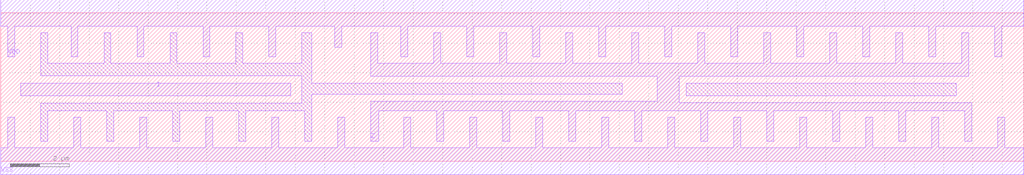
<source format=lef>
# Copyright 2022 GlobalFoundries PDK Authors
#
# Licensed under the Apache License, Version 2.0 (the "License");
# you may not use this file except in compliance with the License.
# You may obtain a copy of the License at
#
#      http://www.apache.org/licenses/LICENSE-2.0
#
# Unless required by applicable law or agreed to in writing, software
# distributed under the License is distributed on an "AS IS" BASIS,
# WITHOUT WARRANTIES OR CONDITIONS OF ANY KIND, either express or implied.
# See the License for the specific language governing permissions and
# limitations under the License.

MACRO gf180mcu_fd_sc_mcu9t5v0__buf_20
  CLASS core ;
  FOREIGN gf180mcu_fd_sc_mcu9t5v0__buf_20 0.0 0.0 ;
  ORIGIN 0 0 ;
  SYMMETRY X Y ;
  SITE GF018hv5v_green_sc9 ;
  SIZE 34.72 BY 5.04 ;
  PIN I
    DIRECTION INPUT ;
    ANTENNAGATEAREA 17.07 ;
    PORT
      LAYER METAL1 ;
        POLYGON 0.685 2.215 9.845 2.215 9.845 2.65 0.685 2.65  ;
    END
  END I
  PIN Z
    DIRECTION OUTPUT ;
    ANTENNADIFFAREA 18.21 ;
    PORT
      LAYER METAL1 ;
        POLYGON 12.565 2.885 21.1 2.885 22.285 2.885 22.285 2.03 12.565 2.03 12.565 0.68 12.825 0.68 12.825 1.72 14.805 1.72 14.805 0.68 15.035 0.68 15.035 1.72 17.045 1.72 17.045 0.68 17.275 0.68 17.275 1.72 19.285 1.72 19.285 0.68 19.515 0.68 19.515 1.72 21.525 1.72 21.525 0.68 21.755 0.68 21.755 1.72 23.765 1.72 23.765 0.68 23.995 0.68 23.995 1.72 26.005 1.72 26.005 0.68 26.235 0.68 26.235 1.72 28.245 1.72 28.245 0.68 28.475 0.68 28.475 1.72 30.485 1.72 30.485 0.68 30.715 0.68 30.715 1.72 32.725 1.72 32.725 0.68 32.955 0.68 32.955 1.98 23.035 1.98 23.035 2.88 32.425 2.88 32.855 2.88 32.855 4.36 32.625 4.36 32.625 3.32 32.425 3.32 30.615 3.32 30.615 4.36 30.385 4.36 30.385 3.32 28.375 3.32 28.375 4.36 28.145 4.36 28.145 3.32 26.135 3.32 26.135 4.36 25.905 4.36 25.905 3.32 23.895 3.32 23.895 4.36 23.665 4.36 23.665 3.32 21.655 3.32 21.655 4.36 21.425 4.36 21.425 3.32 21.1 3.32 19.415 3.32 19.415 4.36 19.185 4.36 19.185 3.32 17.175 3.32 17.175 4.36 16.945 4.36 16.945 3.32 14.935 3.32 14.935 4.36 14.705 4.36 14.705 3.32 12.795 3.32 12.795 4.36 12.565 4.36  ;
    END
  END Z
  PIN VDD
    DIRECTION INOUT ;
    USE power ;
    SHAPE ABUTMENT ;
    PORT
      LAYER METAL1 ;
        POLYGON 0 4.59 0.245 4.59 0.245 3.55 0.475 3.55 0.475 4.59 2.385 4.59 2.385 3.55 2.615 3.55 2.615 4.59 4.625 4.59 4.625 3.55 4.855 3.55 4.855 4.59 6.865 4.59 6.865 3.55 7.095 3.55 7.095 4.59 9.105 4.59 9.105 3.55 9.335 3.55 9.335 4.59 11.345 4.59 11.345 3.875 11.575 3.875 11.575 4.59 13.585 4.59 13.585 3.55 13.815 3.55 13.815 4.59 15.825 4.59 15.825 3.55 16.055 3.55 16.055 4.59 18.065 4.59 18.065 3.55 18.295 3.55 18.295 4.59 20.305 4.59 20.305 3.55 20.535 3.55 20.535 4.59 21.1 4.59 22.545 4.59 22.545 3.55 22.775 3.55 22.775 4.59 24.785 4.59 24.785 3.55 25.015 3.55 25.015 4.59 27.025 4.59 27.025 3.55 27.255 3.55 27.255 4.59 29.265 4.59 29.265 3.55 29.495 3.55 29.495 4.59 31.505 4.59 31.505 3.55 31.735 3.55 31.735 4.59 32.425 4.59 33.745 4.59 33.745 3.55 33.975 3.55 33.975 4.59 34.72 4.59 34.72 5.49 32.425 5.49 21.1 5.49 0 5.49  ;
    END
  END VDD
  PIN VSS
    DIRECTION INOUT ;
    USE ground ;
    SHAPE ABUTMENT ;
    PORT
      LAYER METAL1 ;
        POLYGON 0 -0.45 34.72 -0.45 34.72 0.45 34.075 0.45 34.075 1.49 33.845 1.49 33.845 0.45 31.835 0.45 31.835 1.49 31.605 1.49 31.605 0.45 29.595 0.45 29.595 1.49 29.365 1.49 29.365 0.45 27.355 0.45 27.355 1.49 27.125 1.49 27.125 0.45 25.115 0.45 25.115 1.49 24.885 1.49 24.885 0.45 22.875 0.45 22.875 1.49 22.645 1.49 22.645 0.45 20.635 0.45 20.635 1.49 20.405 1.49 20.405 0.45 18.395 0.45 18.395 1.49 18.165 1.49 18.165 0.45 16.155 0.45 16.155 1.49 15.925 1.49 15.925 0.45 13.915 0.45 13.915 1.49 13.685 1.49 13.685 0.45 11.675 0.45 11.675 1.49 11.445 1.49 11.445 0.45 9.435 0.45 9.435 1.49 9.205 1.49 9.205 0.45 7.195 0.45 7.195 1.49 6.965 1.49 6.965 0.45 4.955 0.45 4.955 1.49 4.725 1.49 4.725 0.45 2.715 0.45 2.715 1.49 2.485 1.49 2.485 0.45 0.475 0.45 0.475 1.49 0.245 1.49 0.245 0.45 0 0.45  ;
    END
  END VSS
  OBS
      LAYER METAL1 ;
        POLYGON 1.365 2.9 10.225 2.9 10.225 1.975 1.365 1.975 1.365 0.68 1.595 0.68 1.595 1.72 3.605 1.72 3.605 0.68 3.835 0.68 3.835 1.72 5.845 1.72 5.845 0.68 6.075 0.68 6.075 1.72 8.085 1.72 8.085 0.68 8.315 0.68 8.315 1.72 10.325 1.72 10.325 0.68 10.555 0.68 10.555 2.27 21.1 2.27 21.1 2.65 10.555 2.65 10.555 4.36 10.225 4.36 10.225 3.32 8.215 3.32 8.215 4.36 7.985 4.36 7.985 3.32 5.975 3.32 5.975 4.36 5.745 4.36 5.745 3.32 3.735 3.32 3.735 4.36 3.505 4.36 3.505 3.32 1.595 3.32 1.595 4.36 1.365 4.36  ;
        POLYGON 23.265 2.215 32.425 2.215 32.425 2.65 23.265 2.65  ;
  END
END gf180mcu_fd_sc_mcu9t5v0__buf_20

</source>
